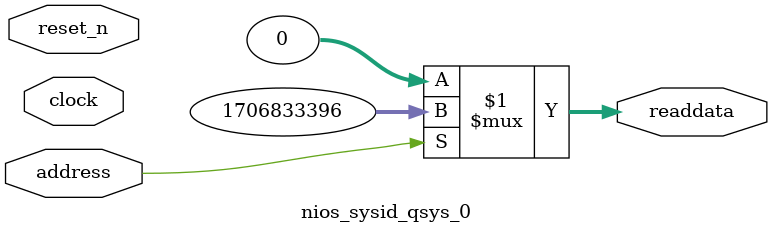
<source format=v>



// synthesis translate_off
`timescale 1ns / 1ps
// synthesis translate_on

// turn off superfluous verilog processor warnings 
// altera message_level Level1 
// altera message_off 10034 10035 10036 10037 10230 10240 10030 

module nios_sysid_qsys_0 (
               // inputs:
                address,
                clock,
                reset_n,

               // outputs:
                readdata
             )
;

  output  [ 31: 0] readdata;
  input            address;
  input            clock;
  input            reset_n;

  wire    [ 31: 0] readdata;
  //control_slave, which is an e_avalon_slave
  assign readdata = address ? 1706833396 : 0;

endmodule



</source>
